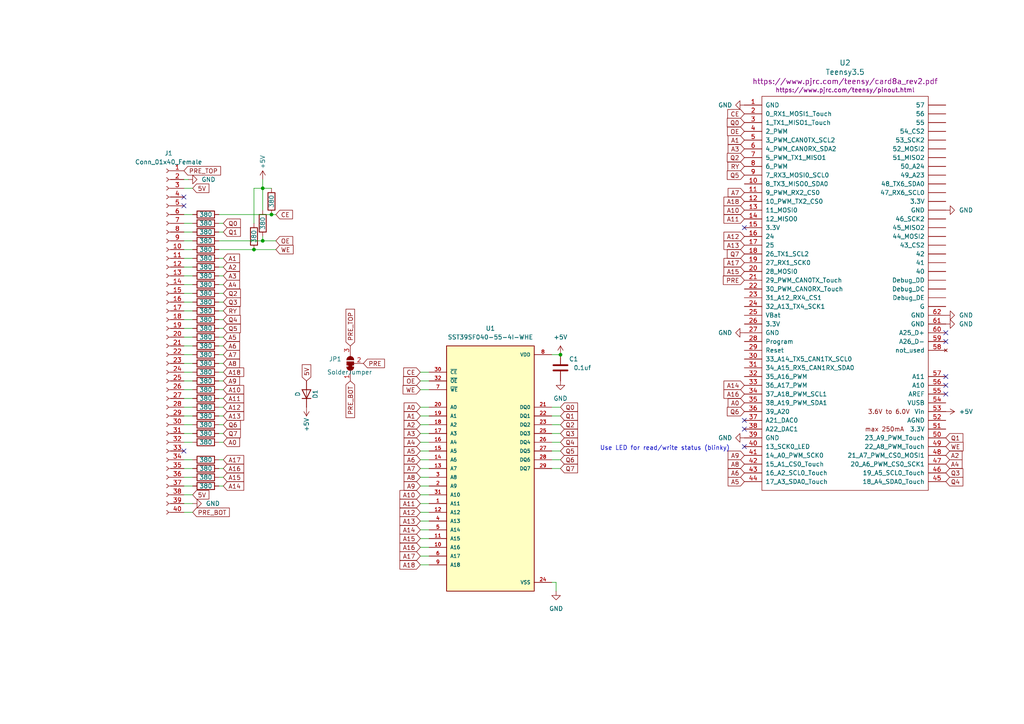
<source format=kicad_sch>
(kicad_sch (version 20211123) (generator eeschema)
  (paper "A4")
  (lib_symbols
    (symbol "+5V_1" (power) (pin_names (offset 0))
      (property "Value" "+5V_1" (at 0 3.556 0))
      (symbol "+5V_1_1_1"
        (pin power_in line (at 0 0 90) (length 0) hide (name "+5V") (number "1"))
      )
    )
    (symbol "Connector:Conn_01x40_Female" (pin_names (offset 1.016) hide)
      (property "Reference" "J" (at 0 50.8 0))
      (property "Value" "Conn_01x40_Female" (at 0 -53.34 0))
      (symbol "Conn_01x40_Female_1_1"
        (pin passive line (at -5.08 48.26 0) (length 3.81) (name "Pin_1") (number "1"))
        (pin passive line (at -5.08 25.4 0) (length 3.81) (name "Pin_10") (number "10"))
        (pin passive line (at -5.08 22.86 0) (length 3.81) (name "Pin_11") (number "11"))
        (pin passive line (at -5.08 20.32 0) (length 3.81) (name "Pin_12") (number "12"))
        (pin passive line (at -5.08 17.78 0) (length 3.81) (name "Pin_13") (number "13"))
        (pin passive line (at -5.08 15.24 0) (length 3.81) (name "Pin_14") (number "14"))
        (pin passive line (at -5.08 12.7 0) (length 3.81) (name "Pin_15") (number "15"))
        (pin passive line (at -5.08 10.16 0) (length 3.81) (name "Pin_16") (number "16"))
        (pin passive line (at -5.08 7.62 0) (length 3.81) (name "Pin_17") (number "17"))
        (pin passive line (at -5.08 5.08 0) (length 3.81) (name "Pin_18") (number "18"))
        (pin passive line (at -5.08 2.54 0) (length 3.81) (name "Pin_19") (number "19"))
        (pin passive line (at -5.08 45.72 0) (length 3.81) (name "Pin_2") (number "2"))
        (pin passive line (at -5.08 0 0) (length 3.81) (name "Pin_20") (number "20"))
        (pin passive line (at -5.08 -2.54 0) (length 3.81) (name "Pin_21") (number "21"))
        (pin passive line (at -5.08 -5.08 0) (length 3.81) (name "Pin_22") (number "22"))
        (pin passive line (at -5.08 -7.62 0) (length 3.81) (name "Pin_23") (number "23"))
        (pin passive line (at -5.08 -10.16 0) (length 3.81) (name "Pin_24") (number "24"))
        (pin passive line (at -5.08 -12.7 0) (length 3.81) (name "Pin_25") (number "25"))
        (pin passive line (at -5.08 -15.24 0) (length 3.81) (name "Pin_26") (number "26"))
        (pin passive line (at -5.08 -17.78 0) (length 3.81) (name "Pin_27") (number "27"))
        (pin passive line (at -5.08 -20.32 0) (length 3.81) (name "Pin_28") (number "28"))
        (pin passive line (at -5.08 -22.86 0) (length 3.81) (name "Pin_29") (number "29"))
        (pin passive line (at -5.08 43.18 0) (length 3.81) (name "Pin_3") (number "3"))
        (pin passive line (at -5.08 -25.4 0) (length 3.81) (name "Pin_30") (number "30"))
        (pin passive line (at -5.08 -27.94 0) (length 3.81) (name "Pin_31") (number "31"))
        (pin passive line (at -5.08 -30.48 0) (length 3.81) (name "Pin_32") (number "32"))
        (pin passive line (at -5.08 -33.02 0) (length 3.81) (name "Pin_33") (number "33"))
        (pin passive line (at -5.08 -35.56 0) (length 3.81) (name "Pin_34") (number "34"))
        (pin passive line (at -5.08 -38.1 0) (length 3.81) (name "Pin_35") (number "35"))
        (pin passive line (at -5.08 -40.64 0) (length 3.81) (name "Pin_36") (number "36"))
        (pin passive line (at -5.08 -43.18 0) (length 3.81) (name "Pin_37") (number "37"))
        (pin passive line (at -5.08 -45.72 0) (length 3.81) (name "Pin_38") (number "38"))
        (pin passive line (at -5.08 -48.26 0) (length 3.81) (name "Pin_39") (number "39"))
        (pin passive line (at -5.08 40.64 0) (length 3.81) (name "Pin_4") (number "4"))
        (pin passive line (at -5.08 -50.8 0) (length 3.81) (name "Pin_40") (number "40"))
        (pin passive line (at -5.08 38.1 0) (length 3.81) (name "Pin_5") (number "5"))
        (pin passive line (at -5.08 35.56 0) (length 3.81) (name "Pin_6") (number "6"))
        (pin passive line (at -5.08 33.02 0) (length 3.81) (name "Pin_7") (number "7"))
        (pin passive line (at -5.08 30.48 0) (length 3.81) (name "Pin_8") (number "8"))
        (pin passive line (at -5.08 27.94 0) (length 3.81) (name "Pin_9") (number "9"))
      )
    )
    (symbol "Device:C" (pin_numbers hide) (pin_names (offset 0.254))
      (property "Reference" "C" (at 0.635 2.54 0))
      (property "Value" "C" (at 0.635 -2.54 0))
      (symbol "C_1_1"
        (pin passive line (at 0 3.81 270) (length 2.794) (name "~") (number "1"))
        (pin passive line (at 0 -3.81 90) (length 2.794) (name "~") (number "2"))
      )
    )
    (symbol "Device:D" (pin_numbers hide) (pin_names (offset 1.016) hide)
      (property "Reference" "D" (at 0 2.54 0))
      (property "Value" "D" (at 0 -2.54 0))
      (symbol "D_1_1"
        (pin passive line (at -3.81 0 0) (length 2.54) (name "K") (number "1"))
        (pin passive line (at 3.81 0 180) (length 2.54) (name "A") (number "2"))
      )
    )
    (symbol "Device:R" (pin_numbers hide) (pin_names (offset 0))
      (property "Reference" "R" (at 2.032 0 90))
      (property "Value" "R" (at 0 0 90))
      (symbol "R_1_1"
        (pin passive line (at 0 3.81 270) (length 1.27) (name "~") (number "1"))
        (pin passive line (at 0 -3.81 90) (length 1.27) (name "~") (number "2"))
      )
    )
    (symbol "GND_1" (power) (pin_names (offset 0))
      (property "Value" "GND_1" (at 0 -3.81 0))
      (symbol "GND_1_1_1"
        (pin power_in line (at 0 0 270) (length 0) hide (name "GND") (number "1"))
      )
    )
    (symbol "GND_2" (power) (pin_names (offset 0))
      (property "Value" "GND_2" (at 0 -3.81 0))
      (symbol "GND_2_1_1"
        (pin power_in line (at 0 0 270) (length 0) hide (name "GND") (number "1"))
      )
    )
    (symbol "Jumper:SolderJumper_3_Bridged12" (pin_names (offset 0) hide)
      (property "Reference" "JP" (at -2.54 -2.54 0))
      (property "Value" "SolderJumper_3_Bridged12" (at 0 2.794 0))
      (symbol "SolderJumper_3_Bridged12_1_1"
        (pin passive line (at -5.08 0 0) (length 2.54) (name "A") (number "1"))
        (pin passive line (at 0 -3.81 90) (length 2.54) (name "C") (number "2"))
        (pin passive line (at 5.08 0 180) (length 2.54) (name "B") (number "3"))
      )
    )
    (symbol "R_1" (pin_numbers hide) (pin_names (offset 0) hide)
      (property "Reference" "R" (at 2.032 0 90))
      (property "Value" "R_1" (at 0 0 90))
      (symbol "R_1_1_1"
        (pin passive line (at 0 3.81 270) (length 1.27) (name "~") (number "1"))
        (pin passive line (at 0 -3.81 90) (length 1.27) (name "~") (number "2"))
      )
    )
    (symbol "R_2" (pin_numbers hide) (pin_names (offset 0) hide)
      (property "Reference" "R" (at 2.032 0 90))
      (property "Value" "R_2" (at 0 0 90))
      (symbol "R_2_1_1"
        (pin passive line (at 0 3.81 270) (length 1.27) (name "~") (number "1"))
        (pin passive line (at 0 -3.81 90) (length 1.27) (name "~") (number "2"))
      )
    )
    (symbol "SST39SF040-55-4I-WHE:SST39SF040-55-4I-WHE" (pin_names (offset 1.016))
      (property "Reference" "U" (at -12.7 36.195 0))
      (property "Value" "SST39SF040-55-4I-WHE" (at -12.7 -38.1 0))
      (symbol "SST39SF040-55-4I-WHE_0_0"
        (pin input line (at -17.78 -10.16 0) (length 5.08) (name "A11") (number "1"))
        (pin input line (at -17.78 -22.86 0) (length 5.08) (name "A16") (number "10"))
        (pin input line (at -17.78 -20.32 0) (length 5.08) (name "A15") (number "11"))
        (pin input line (at -17.78 -12.7 0) (length 5.08) (name "A12") (number "12"))
        (pin input line (at -17.78 0 0) (length 5.08) (name "A7") (number "13"))
        (pin input line (at -17.78 2.54 0) (length 5.08) (name "A6") (number "14"))
        (pin input line (at -17.78 5.08 0) (length 5.08) (name "A5") (number "15"))
        (pin input line (at -17.78 7.62 0) (length 5.08) (name "A4") (number "16"))
        (pin input line (at -17.78 10.16 0) (length 5.08) (name "A3") (number "17"))
        (pin input line (at -17.78 12.7 0) (length 5.08) (name "A2") (number "18"))
        (pin input line (at -17.78 15.24 0) (length 5.08) (name "A1") (number "19"))
        (pin input line (at -17.78 -5.08 0) (length 5.08) (name "A9") (number "2"))
        (pin input line (at -17.78 17.78 0) (length 5.08) (name "A0") (number "20"))
        (pin bidirectional line (at 17.78 17.78 180) (length 5.08) (name "DQ0") (number "21"))
        (pin bidirectional line (at 17.78 15.24 180) (length 5.08) (name "DQ1") (number "22"))
        (pin bidirectional line (at 17.78 12.7 180) (length 5.08) (name "DQ2") (number "23"))
        (pin power_in line (at 17.78 -33.02 180) (length 5.08) (name "VSS") (number "24"))
        (pin bidirectional line (at 17.78 10.16 180) (length 5.08) (name "DQ3") (number "25"))
        (pin bidirectional line (at 17.78 7.62 180) (length 5.08) (name "DQ4") (number "26"))
        (pin bidirectional line (at 17.78 5.08 180) (length 5.08) (name "DQ5") (number "27"))
        (pin bidirectional line (at 17.78 2.54 180) (length 5.08) (name "DQ6") (number "28"))
        (pin bidirectional line (at 17.78 0 180) (length 5.08) (name "DQ7") (number "29"))
        (pin input line (at -17.78 -2.54 0) (length 5.08) (name "A8") (number "3"))
        (pin input line (at -17.78 27.94 0) (length 5.08) (name "~{CE}") (number "30"))
        (pin input line (at -17.78 -7.62 0) (length 5.08) (name "A10") (number "31"))
        (pin input line (at -17.78 25.4 0) (length 5.08) (name "~{OE}") (number "32"))
        (pin input line (at -17.78 -15.24 0) (length 5.08) (name "A13") (number "4"))
        (pin input line (at -17.78 -17.78 0) (length 5.08) (name "A14") (number "5"))
        (pin input line (at -17.78 -25.4 0) (length 5.08) (name "A17") (number "6"))
        (pin input line (at -17.78 22.86 0) (length 5.08) (name "~{WE}") (number "7"))
        (pin power_in line (at 17.78 33.02 180) (length 5.08) (name "VDD") (number "8"))
        (pin input line (at -17.78 -27.94 0) (length 5.08) (name "A18") (number "9"))
      )
    )
    (symbol "power:+5V" (power) (pin_names (offset 0))
      (property "Value" "+5V" (at 0 3.556 0))
      (symbol "+5V_1_1"
        (pin power_in line (at 0 0 90) (length 0) hide (name "+5V") (number "1"))
      )
    )
    (symbol "power:GND" (power) (pin_names (offset 0))
      (property "Value" "GND" (at 0 -3.81 0))
      (symbol "GND_1_1"
        (pin power_in line (at 0 0 270) (length 0) hide (name "GND") (number "1"))
      )
    )
    (symbol "teensy:Teensy3.5" (pin_names (offset 1.016))
      (property "Reference" "U1" (at 0 66.8782 0))
      (property "Value" "Teensy3.5" (at 0 64.1858 0))
      (property "Datasheet" "https://www.pjrc.com/teensy/card8a_rev2.pdf" (at 0 61.4934 0))
      (property "Pinouts" "https://www.pjrc.com/teensy/pinout.html" (at 0 59.0042 0))
      (symbol "Teensy3.5_0_0"
        (text "3.6V to 6.0V" (at 12.7 -34.29 0) (effects (font (size 1.27 1.27))))
        (text "max 250mA" (at 11.43 -39.37 0) (effects (font (size 1.27 1.27))))
      )
      (symbol "Teensy3.5_1_1"
        (pin power_in line (at -29.21 54.61 0) (length 5.08) (name "GND") (number "1"))
        (pin bidirectional line (at -29.21 31.75 0) (length 5.08) (name "8_TX3_MISO0_SDA0") (number "10"))
        (pin bidirectional line (at -29.21 29.21 0) (length 5.08) (name "9_PWM_RX2_CS0") (number "11"))
        (pin bidirectional line (at -29.21 26.67 0) (length 5.08) (name "10_PWM_TX2_CS0") (number "12"))
        (pin bidirectional line (at -29.21 24.13 0) (length 5.08) (name "11_MOSI0") (number "13"))
        (pin bidirectional line (at -29.21 21.59 0) (length 5.08) (name "12_MISO0") (number "14"))
        (pin power_out line (at -29.21 19.05 0) (length 5.08) (name "3.3V") (number "15"))
        (pin bidirectional line (at -29.21 16.51 0) (length 5.08) (name "24") (number "16"))
        (pin bidirectional line (at -29.21 13.97 0) (length 5.08) (name "25") (number "17"))
        (pin bidirectional line (at -29.21 11.43 0) (length 5.08) (name "26_TX1_SCL2") (number "18"))
        (pin bidirectional line (at -29.21 8.89 0) (length 5.08) (name "27_RX1_SCK0") (number "19"))
        (pin bidirectional line (at -29.21 52.07 0) (length 5.08) (name "0_RX1_MOSI1_Touch") (number "2"))
        (pin bidirectional line (at -29.21 6.35 0) (length 5.08) (name "28_MOSI0") (number "20"))
        (pin bidirectional line (at -29.21 3.81 0) (length 5.08) (name "29_PWM_CAN0TX_Touch") (number "21"))
        (pin bidirectional line (at -29.21 1.27 0) (length 5.08) (name "30_PWM_CAN0RX_Touch") (number "22"))
        (pin bidirectional line (at -29.21 -1.27 0) (length 5.08) (name "31_A12_RX4_CS1") (number "23"))
        (pin bidirectional line (at -29.21 -3.81 0) (length 5.08) (name "32_A13_TX4_SCK1") (number "24"))
        (pin power_in line (at -29.21 -6.35 0) (length 5.08) (name "VBat") (number "25"))
        (pin power_in line (at -29.21 -8.89 0) (length 5.08) (name "3.3V") (number "26"))
        (pin power_in line (at -29.21 -11.43 0) (length 5.08) (name "GND") (number "27"))
        (pin input line (at -29.21 -13.97 0) (length 5.08) (name "Program") (number "28"))
        (pin input line (at -29.21 -16.51 0) (length 5.08) (name "Reset") (number "29"))
        (pin bidirectional line (at -29.21 49.53 0) (length 5.08) (name "1_TX1_MISO1_Touch") (number "3"))
        (pin bidirectional line (at -29.21 -19.05 0) (length 5.08) (name "33_A14_TX5_CAN1TX_SCL0") (number "30"))
        (pin bidirectional line (at -29.21 -21.59 0) (length 5.08) (name "34_A15_RX5_CAN1RX_SDA0") (number "31"))
        (pin bidirectional line (at -29.21 -24.13 0) (length 5.08) (name "35_A16_PWM") (number "32"))
        (pin bidirectional line (at -29.21 -26.67 0) (length 5.08) (name "36_A17_PWM") (number "33"))
        (pin bidirectional line (at -29.21 -29.21 0) (length 5.08) (name "37_A18_PWM_SCL1") (number "34"))
        (pin bidirectional line (at -29.21 -31.75 0) (length 5.08) (name "38_A19_PWM_SDA1") (number "35"))
        (pin bidirectional line (at -29.21 -34.29 0) (length 5.08) (name "39_A20") (number "36"))
        (pin bidirectional line (at -29.21 -36.83 0) (length 5.08) (name "A21_DAC0") (number "37"))
        (pin bidirectional line (at -29.21 -39.37 0) (length 5.08) (name "A22_DAC1") (number "38"))
        (pin power_in line (at -29.21 -41.91 0) (length 5.08) (name "GND") (number "39"))
        (pin bidirectional line (at -29.21 46.99 0) (length 5.08) (name "2_PWM") (number "4"))
        (pin bidirectional line (at -29.21 -44.45 0) (length 5.08) (name "13_SCK0_LED") (number "40"))
        (pin bidirectional line (at -29.21 -46.99 0) (length 5.08) (name "14_A0_PWM_SCK0") (number "41"))
        (pin bidirectional line (at -29.21 -49.53 0) (length 5.08) (name "15_A1_CS0_Touch") (number "42"))
        (pin bidirectional line (at -29.21 -52.07 0) (length 5.08) (name "16_A2_SCL0_Touch") (number "43"))
        (pin bidirectional line (at -29.21 -54.61 0) (length 5.08) (name "17_A3_SDA0_Touch") (number "44"))
        (pin bidirectional line (at 29.21 -54.61 180) (length 5.08) (name "18_A4_SDA0_Touch") (number "45"))
        (pin bidirectional line (at 29.21 -52.07 180) (length 5.08) (name "19_A5_SCL0_Touch") (number "46"))
        (pin bidirectional line (at 29.21 -49.53 180) (length 5.08) (name "20_A6_PWM_CS0_SCK1") (number "47"))
        (pin bidirectional line (at 29.21 -46.99 180) (length 5.08) (name "21_A7_PWM_CS0_MOSI1") (number "48"))
        (pin bidirectional line (at 29.21 -44.45 180) (length 5.08) (name "22_A8_PWM_Touch") (number "49"))
        (pin bidirectional line (at -29.21 44.45 0) (length 5.08) (name "3_PWM_CAN0TX_SCL2") (number "5"))
        (pin bidirectional line (at 29.21 -41.91 180) (length 5.08) (name "23_A9_PWM_Touch") (number "50"))
        (pin power_out line (at 29.21 -39.37 180) (length 5.08) (name "3.3V") (number "51"))
        (pin power_out line (at 29.21 -36.83 180) (length 5.08) (name "AGND") (number "52"))
        (pin power_in line (at 29.21 -34.29 180) (length 5.08) (name "Vin") (number "53"))
        (pin power_in line (at 29.21 -31.75 180) (length 5.08) (name "VUSB") (number "54"))
        (pin input line (at 29.21 -29.21 180) (length 5.08) (name "AREF") (number "55"))
        (pin bidirectional line (at 29.21 -26.67 180) (length 5.08) (name "A10") (number "56"))
        (pin bidirectional line (at 29.21 -24.13 180) (length 5.08) (name "A11") (number "57"))
        (pin no_connect line (at 29.21 -16.51 180) (length 5.08) (name "not_used") (number "58"))
        (pin bidirectional line (at 29.21 -13.97 180) (length 5.08) (name "A26_D-") (number "59"))
        (pin bidirectional line (at -29.21 41.91 0) (length 5.08) (name "4_PWM_CAN0RX_SDA2") (number "6"))
        (pin bidirectional line (at 29.21 -11.43 180) (length 5.08) (name "A25_D+") (number "60"))
        (pin power_in line (at 29.21 -8.89 180) (length 5.08) (name "GND") (number "61"))
        (pin power_in line (at 29.21 -6.35 180) (length 5.08) (name "GND") (number "62"))
        (pin bidirectional line (at -29.21 39.37 0) (length 5.08) (name "5_PWM_TX1_MISO1") (number "7"))
        (pin bidirectional line (at -29.21 36.83 0) (length 5.08) (name "6_PWM") (number "8"))
        (pin bidirectional line (at -29.21 34.29 0) (length 5.08) (name "7_RX3_MOSI0_SCL0") (number "9"))
        (pin power_in line (at 29.21 26.67 180) (length 5.08) (name "3.3V") (number "~"))
        (pin bidirectional line (at 29.21 6.35 180) (length 5.08) (name "40") (number "~"))
        (pin bidirectional line (at 29.21 8.89 180) (length 5.08) (name "41") (number "~"))
        (pin bidirectional line (at 29.21 11.43 180) (length 5.08) (name "42") (number "~"))
        (pin bidirectional line (at 29.21 13.97 180) (length 5.08) (name "43_CS2") (number "~"))
        (pin bidirectional line (at 29.21 16.51 180) (length 5.08) (name "44_MOSI2") (number "~"))
        (pin bidirectional line (at 29.21 19.05 180) (length 5.08) (name "45_MISO2") (number "~"))
        (pin bidirectional line (at 29.21 21.59 180) (length 5.08) (name "46_SCK2") (number "~"))
        (pin bidirectional line (at 29.21 29.21 180) (length 5.08) (name "47_RX6_SCL0") (number "~"))
        (pin bidirectional line (at 29.21 31.75 180) (length 5.08) (name "48_TX6_SDA0") (number "~"))
        (pin bidirectional line (at 29.21 34.29 180) (length 5.08) (name "49_A23") (number "~"))
        (pin bidirectional line (at 29.21 36.83 180) (length 5.08) (name "50_A24") (number "~"))
        (pin bidirectional line (at 29.21 39.37 180) (length 5.08) (name "51_MISO2") (number "~"))
        (pin bidirectional line (at 29.21 41.91 180) (length 5.08) (name "52_MOSI2") (number "~"))
        (pin bidirectional line (at 29.21 44.45 180) (length 5.08) (name "53_SCK2") (number "~"))
        (pin bidirectional line (at 29.21 46.99 180) (length 5.08) (name "54_CS2") (number "~"))
        (pin bidirectional line (at 29.21 49.53 180) (length 5.08) (name "55") (number "~"))
        (pin bidirectional line (at 29.21 52.07 180) (length 5.08) (name "56") (number "~"))
        (pin bidirectional line (at 29.21 54.61 180) (length 5.08) (name "57") (number "~"))
        (pin input line (at 29.21 1.27 180) (length 5.08) (name "Debug_DC") (number "~"))
        (pin input line (at 29.21 3.81 180) (length 5.08) (name "Debug_DD") (number "~"))
        (pin input line (at 29.21 -1.27 180) (length 5.08) (name "Debug_DE") (number "~"))
        (pin power_in line (at 29.21 -3.81 180) (length 5.08) (name "G") (number "~"))
        (pin power_in line (at 29.21 24.13 180) (length 5.08) (name "GND") (number "~"))
      )
    )
  )
  (junction (at 78.74 62.23))
  (junction (at 162.56 102.87))
  (junction (at 76.2 69.85))
  (junction (at 76.2 54.61))
  (junction (at 73.66 72.39))
  (no_connect (at 274.32 109.22))
  (no_connect (at 274.32 111.76))
  (no_connect (at 274.32 99.06))
  (no_connect (at 215.9 124.46))
  (no_connect (at 53.34 130.81))
  (no_connect (at 274.32 114.3))
  (no_connect (at 274.32 96.52))
  (no_connect (at 215.9 121.92))
  (no_connect (at 215.9 66.04))
  (no_connect (at 215.9 129.54))
  (no_connect (at 53.34 59.69))
  (no_connect (at 53.34 57.15))
  (wire (pts (xy 121.92 120.65) (xy 124.46 120.65)))
  (wire (pts (xy 53.34 82.55) (xy 55.88 82.55)))
  (wire (pts (xy 63.5 67.31) (xy 64.77 67.31)))
  (wire (pts (xy 121.92 138.43) (xy 124.46 138.43)))
  (wire (pts (xy 76.2 60.96) (xy 76.2 54.61)))
  (wire (pts (xy 53.34 102.87) (xy 55.88 102.87)))
  (wire (pts (xy 53.34 97.79) (xy 55.88 97.79)))
  (wire (pts (xy 63.5 64.77) (xy 64.77 64.77)))
  (wire (pts (xy 53.34 90.17) (xy 55.88 90.17)))
  (wire (pts (xy 63.5 133.35) (xy 64.77 133.35)))
  (wire (pts (xy 53.34 74.93) (xy 55.88 74.93)))
  (wire (pts (xy 53.34 67.31) (xy 55.88 67.31)))
  (wire (pts (xy 121.92 153.67) (xy 124.46 153.67)))
  (wire (pts (xy 73.66 72.39) (xy 80.01 72.39)))
  (wire (pts (xy 76.2 69.85) (xy 80.01 69.85)))
  (wire (pts (xy 53.34 64.77) (xy 55.88 64.77)))
  (wire (pts (xy 121.92 107.95) (xy 124.46 107.95)))
  (wire (pts (xy 53.34 62.23) (xy 55.88 62.23)))
  (wire (pts (xy 53.34 133.35) (xy 55.88 133.35)))
  (wire (pts (xy 55.88 148.59) (xy 53.34 148.59)))
  (wire (pts (xy 121.92 161.29) (xy 124.46 161.29)))
  (wire (pts (xy 160.02 118.11) (xy 162.56 118.11)))
  (wire (pts (xy 160.02 130.81) (xy 162.56 130.81)))
  (wire (pts (xy 63.5 115.57) (xy 64.77 115.57)))
  (wire (pts (xy 63.5 110.49) (xy 64.77 110.49)))
  (wire (pts (xy 161.29 168.91) (xy 160.02 168.91)))
  (wire (pts (xy 63.5 72.39) (xy 73.66 72.39)))
  (wire (pts (xy 53.34 54.61) (xy 55.88 54.61)))
  (wire (pts (xy 63.5 74.93) (xy 64.77 74.93)))
  (wire (pts (xy 53.34 146.05) (xy 55.88 146.05)))
  (wire (pts (xy 53.34 143.51) (xy 55.88 143.51)))
  (wire (pts (xy 53.34 87.63) (xy 55.88 87.63)))
  (wire (pts (xy 53.34 77.47) (xy 55.88 77.47)))
  (wire (pts (xy 76.2 52.07) (xy 76.2 54.61)))
  (wire (pts (xy 63.5 138.43) (xy 64.77 138.43)))
  (wire (pts (xy 53.34 123.19) (xy 55.88 123.19)))
  (wire (pts (xy 53.34 105.41) (xy 55.88 105.41)))
  (wire (pts (xy 53.34 135.89) (xy 55.88 135.89)))
  (wire (pts (xy 63.5 105.41) (xy 64.77 105.41)))
  (wire (pts (xy 63.5 140.97) (xy 64.77 140.97)))
  (wire (pts (xy 53.34 115.57) (xy 55.88 115.57)))
  (wire (pts (xy 63.5 95.25) (xy 64.77 95.25)))
  (wire (pts (xy 53.34 52.07) (xy 54.61 52.07)))
  (wire (pts (xy 121.92 123.19) (xy 124.46 123.19)))
  (wire (pts (xy 121.92 140.97) (xy 124.46 140.97)))
  (wire (pts (xy 53.34 128.27) (xy 55.88 128.27)))
  (wire (pts (xy 53.34 80.01) (xy 55.88 80.01)))
  (wire (pts (xy 63.5 82.55) (xy 64.77 82.55)))
  (wire (pts (xy 53.34 125.73) (xy 55.88 125.73)))
  (wire (pts (xy 121.92 125.73) (xy 124.46 125.73)))
  (wire (pts (xy 63.5 123.19) (xy 64.77 123.19)))
  (wire (pts (xy 160.02 120.65) (xy 162.56 120.65)))
  (wire (pts (xy 121.92 118.11) (xy 124.46 118.11)))
  (wire (pts (xy 63.5 92.71) (xy 64.77 92.71)))
  (wire (pts (xy 63.5 80.01) (xy 64.77 80.01)))
  (wire (pts (xy 160.02 102.87) (xy 162.56 102.87)))
  (wire (pts (xy 63.5 118.11) (xy 64.77 118.11)))
  (wire (pts (xy 63.5 102.87) (xy 64.77 102.87)))
  (wire (pts (xy 121.92 158.75) (xy 124.46 158.75)))
  (wire (pts (xy 160.02 135.89) (xy 162.56 135.89)))
  (wire (pts (xy 63.5 77.47) (xy 64.77 77.47)))
  (wire (pts (xy 63.5 85.09) (xy 64.77 85.09)))
  (wire (pts (xy 121.92 130.81) (xy 124.46 130.81)))
  (wire (pts (xy 63.5 120.65) (xy 64.77 120.65)))
  (wire (pts (xy 63.5 100.33) (xy 64.77 100.33)))
  (wire (pts (xy 121.92 151.13) (xy 124.46 151.13)))
  (wire (pts (xy 121.92 110.49) (xy 124.46 110.49)))
  (wire (pts (xy 63.5 128.27) (xy 64.77 128.27)))
  (wire (pts (xy 161.29 171.45) (xy 161.29 168.91)))
  (wire (pts (xy 53.34 120.65) (xy 55.88 120.65)))
  (wire (pts (xy 73.66 64.77) (xy 73.66 54.61)))
  (wire (pts (xy 78.74 62.23) (xy 80.01 62.23)))
  (wire (pts (xy 53.34 69.85) (xy 55.88 69.85)))
  (wire (pts (xy 53.34 113.03) (xy 55.88 113.03)))
  (wire (pts (xy 160.02 128.27) (xy 162.56 128.27)))
  (wire (pts (xy 121.92 143.51) (xy 124.46 143.51)))
  (wire (pts (xy 53.34 95.25) (xy 55.88 95.25)))
  (wire (pts (xy 53.34 110.49) (xy 55.88 110.49)))
  (wire (pts (xy 63.5 90.17) (xy 64.77 90.17)))
  (wire (pts (xy 53.34 140.97) (xy 55.88 140.97)))
  (wire (pts (xy 121.92 146.05) (xy 124.46 146.05)))
  (wire (pts (xy 53.34 72.39) (xy 55.88 72.39)))
  (wire (pts (xy 121.92 163.83) (xy 124.46 163.83)))
  (wire (pts (xy 63.5 113.03) (xy 64.77 113.03)))
  (wire (pts (xy 53.34 85.09) (xy 55.88 85.09)))
  (wire (pts (xy 121.92 148.59) (xy 124.46 148.59)))
  (wire (pts (xy 73.66 54.61) (xy 76.2 54.61)))
  (wire (pts (xy 121.92 128.27) (xy 124.46 128.27)))
  (wire (pts (xy 121.92 156.21) (xy 124.46 156.21)))
  (wire (pts (xy 76.2 54.61) (xy 78.74 54.61)))
  (wire (pts (xy 63.5 97.79) (xy 64.77 97.79)))
  (wire (pts (xy 63.5 87.63) (xy 64.77 87.63)))
  (wire (pts (xy 63.5 135.89) (xy 64.77 135.89)))
  (wire (pts (xy 53.34 138.43) (xy 55.88 138.43)))
  (wire (pts (xy 63.5 69.85) (xy 76.2 69.85)))
  (wire (pts (xy 121.92 135.89) (xy 124.46 135.89)))
  (wire (pts (xy 160.02 123.19) (xy 162.56 123.19)))
  (wire (pts (xy 121.92 113.03) (xy 124.46 113.03)))
  (wire (pts (xy 160.02 133.35) (xy 162.56 133.35)))
  (wire (pts (xy 76.2 68.58) (xy 76.2 69.85)))
  (wire (pts (xy 63.5 62.23) (xy 78.74 62.23)))
  (wire (pts (xy 53.34 92.71) (xy 55.88 92.71)))
  (wire (pts (xy 121.92 133.35) (xy 124.46 133.35)))
  (wire (pts (xy 53.34 107.95) (xy 55.88 107.95)))
  (wire (pts (xy 63.5 107.95) (xy 64.77 107.95)))
  (wire (pts (xy 53.34 100.33) (xy 55.88 100.33)))
  (wire (pts (xy 53.34 118.11) (xy 55.88 118.11)))
  (wire (pts (xy 160.02 125.73) (xy 162.56 125.73)))
  (wire (pts (xy 63.5 125.73) (xy 64.77 125.73)))
  (text "Use LED for read/write status (blinky)" (at 173.99 130.81 0) (effects (font (size 1.27 1.27)) (justify left bottom)))
  (global_label "A2" (shape input) (at 121.92 123.19 180) (property "Intersheet References" "${INTERSHEET_REFS}" (effects hide)))
  (global_label "Q6" (shape input) (at 215.9 119.38 180) (property "Intersheet References" "${INTERSHEET_REFS}" (effects hide)))
  (global_label "A5" (shape input) (at 64.77 97.79 0) (property "Intersheet References" "${INTERSHEET_REFS}" (effects hide)))
  (global_label "Q4" (shape input) (at 64.77 92.71 0) (property "Intersheet References" "${INTERSHEET_REFS}" (effects hide)))
  (global_label "A12" (shape input) (at 215.9 68.58 180) (property "Intersheet References" "${INTERSHEET_REFS}" (effects hide)))
  (global_label "A6" (shape input) (at 121.92 133.35 180) (property "Intersheet References" "${INTERSHEET_REFS}" (effects hide)))
  (global_label "A7" (shape input) (at 64.77 102.87 0) (property "Intersheet References" "${INTERSHEET_REFS}" (effects hide)))
  (global_label "A13" (shape input) (at 121.92 151.13 180) (property "Intersheet References" "${INTERSHEET_REFS}" (effects hide)))
  (global_label "A16" (shape input) (at 215.9 114.3 180) (property "Intersheet References" "${INTERSHEET_REFS}" (effects hide)))
  (global_label "Q7" (shape input) (at 215.9 73.66 180) (property "Intersheet References" "${INTERSHEET_REFS}" (effects hide)))
  (global_label "A17" (shape input) (at 121.92 161.29 180) (property "Intersheet References" "${INTERSHEET_REFS}" (effects hide)))
  (global_label "Q0" (shape input) (at 64.77 64.77 0) (property "Intersheet References" "${INTERSHEET_REFS}" (effects hide)))
  (global_label "A12" (shape input) (at 64.77 118.11 0) (property "Intersheet References" "${INTERSHEET_REFS}" (effects hide)))
  (global_label "Q7" (shape input) (at 162.56 135.89 0) (property "Intersheet References" "${INTERSHEET_REFS}" (effects hide)))
  (global_label "A18" (shape input) (at 215.9 58.42 180) (property "Intersheet References" "${INTERSHEET_REFS}" (effects hide)))
  (global_label "Q6" (shape input) (at 162.56 133.35 0) (property "Intersheet References" "${INTERSHEET_REFS}" (effects hide)))
  (global_label "A10" (shape input) (at 121.92 143.51 180) (property "Intersheet References" "${INTERSHEET_REFS}" (effects hide)))
  (global_label "Q6" (shape input) (at 64.77 123.19 0) (property "Intersheet References" "${INTERSHEET_REFS}" (effects hide)))
  (global_label "PRE_TOP" (shape input) (at 101.6 100.33 90) (property "Intersheet References" "${INTERSHEET_REFS}" (effects hide)))
  (global_label "A2" (shape input) (at 274.32 132.08 0) (property "Intersheet References" "${INTERSHEET_REFS}" (effects hide)))
  (global_label "PRE_BOT" (shape input) (at 55.88 148.59 0) (property "Intersheet References" "${INTERSHEET_REFS}" (effects hide)))
  (global_label "RY" (shape input) (at 64.77 90.17 0) (property "Intersheet References" "${INTERSHEET_REFS}" (effects hide)))
  (global_label "A7" (shape input) (at 215.9 55.88 180) (property "Intersheet References" "${INTERSHEET_REFS}" (effects hide)))
  (global_label "OE" (shape input) (at 80.01 69.85 0) (property "Intersheet References" "${INTERSHEET_REFS}" (effects hide)))
  (global_label "A10" (shape input) (at 64.77 113.03 0) (property "Intersheet References" "${INTERSHEET_REFS}" (effects hide)))
  (global_label "A11" (shape input) (at 215.9 63.5 180) (property "Intersheet References" "${INTERSHEET_REFS}" (effects hide)))
  (global_label "A3" (shape input) (at 215.9 43.18 180) (property "Intersheet References" "${INTERSHEET_REFS}" (effects hide)))
  (global_label "Q1" (shape input) (at 274.32 127 0) (property "Intersheet References" "${INTERSHEET_REFS}" (effects hide)))
  (global_label "A18" (shape input) (at 121.92 163.83 180) (property "Intersheet References" "${INTERSHEET_REFS}" (effects hide)))
  (global_label "A13" (shape input) (at 215.9 71.12 180) (property "Intersheet References" "${INTERSHEET_REFS}" (effects hide)))
  (global_label "A4" (shape input) (at 121.92 128.27 180) (property "Intersheet References" "${INTERSHEET_REFS}" (effects hide)))
  (global_label "Q4" (shape input) (at 274.32 139.7 0) (property "Intersheet References" "${INTERSHEET_REFS}" (effects hide)))
  (global_label "A12" (shape input) (at 121.92 148.59 180) (property "Intersheet References" "${INTERSHEET_REFS}" (effects hide)))
  (global_label "OE" (shape input) (at 215.9 38.1 180) (property "Intersheet References" "${INTERSHEET_REFS}" (effects hide)))
  (global_label "Q2" (shape input) (at 215.9 45.72 180) (property "Intersheet References" "${INTERSHEET_REFS}" (effects hide)))
  (global_label "Q1" (shape input) (at 64.77 67.31 0) (property "Intersheet References" "${INTERSHEET_REFS}" (effects hide)))
  (global_label "A5" (shape input) (at 215.9 139.7 180) (property "Intersheet References" "${INTERSHEET_REFS}" (effects hide)))
  (global_label "PRE_BOT" (shape input) (at 101.6 110.49 270) (property "Intersheet References" "${INTERSHEET_REFS}" (effects hide)))
  (global_label "RY" (shape input) (at 215.9 48.26 180) (property "Intersheet References" "${INTERSHEET_REFS}" (effects hide)))
  (global_label "Q4" (shape input) (at 162.56 128.27 0) (property "Intersheet References" "${INTERSHEET_REFS}" (effects hide)))
  (global_label "Q7" (shape input) (at 64.77 125.73 0) (property "Intersheet References" "${INTERSHEET_REFS}" (effects hide)))
  (global_label "A0" (shape input) (at 64.77 128.27 0) (property "Intersheet References" "${INTERSHEET_REFS}" (effects hide)))
  (global_label "A11" (shape input) (at 121.92 146.05 180) (property "Intersheet References" "${INTERSHEET_REFS}" (effects hide)))
  (global_label "A8" (shape input) (at 121.92 138.43 180) (property "Intersheet References" "${INTERSHEET_REFS}" (effects hide)))
  (global_label "A8" (shape input) (at 215.9 134.62 180) (property "Intersheet References" "${INTERSHEET_REFS}" (effects hide)))
  (global_label "OE" (shape input) (at 121.92 110.49 180) (property "Intersheet References" "${INTERSHEET_REFS}" (effects hide)))
  (global_label "A5" (shape input) (at 121.92 130.81 180) (property "Intersheet References" "${INTERSHEET_REFS}" (effects hide)))
  (global_label "A4" (shape input) (at 64.77 82.55 0) (property "Intersheet References" "${INTERSHEET_REFS}" (effects hide)))
  (global_label "A9" (shape input) (at 64.77 110.49 0) (property "Intersheet References" "${INTERSHEET_REFS}" (effects hide)))
  (global_label "PRE" (shape input) (at 215.9 81.28 180) (property "Intersheet References" "${INTERSHEET_REFS}" (effects hide)))
  (global_label "A4" (shape input) (at 274.32 134.62 0) (property "Intersheet References" "${INTERSHEET_REFS}" (effects hide)))
  (global_label "A10" (shape input) (at 215.9 60.96 180) (property "Intersheet References" "${INTERSHEET_REFS}" (effects hide)))
  (global_label "Q5" (shape input) (at 215.9 50.8 180) (property "Intersheet References" "${INTERSHEET_REFS}" (effects hide)))
  (global_label "CE" (shape input) (at 215.9 33.02 180) (property "Intersheet References" "${INTERSHEET_REFS}" (effects hide)))
  (global_label "A16" (shape input) (at 121.92 158.75 180) (property "Intersheet References" "${INTERSHEET_REFS}" (effects hide)))
  (global_label "Q3" (shape input) (at 64.77 87.63 0) (property "Intersheet References" "${INTERSHEET_REFS}" (effects hide)))
  (global_label "PRE_TOP" (shape input) (at 53.34 49.53 0) (property "Intersheet References" "${INTERSHEET_REFS}" (effects hide)))
  (global_label "WE" (shape input) (at 121.92 113.03 180) (property "Intersheet References" "${INTERSHEET_REFS}" (effects hide)))
  (global_label "A0" (shape input) (at 215.9 116.84 180) (property "Intersheet References" "${INTERSHEET_REFS}" (effects hide)))
  (global_label "Q3" (shape input) (at 162.56 125.73 0) (property "Intersheet References" "${INTERSHEET_REFS}" (effects hide)))
  (global_label "A3" (shape input) (at 121.92 125.73 180) (property "Intersheet References" "${INTERSHEET_REFS}" (effects hide)))
  (global_label "A18" (shape input) (at 64.77 107.95 0) (property "Intersheet References" "${INTERSHEET_REFS}" (effects hide)))
  (global_label "A13" (shape input) (at 64.77 120.65 0) (property "Intersheet References" "${INTERSHEET_REFS}" (effects hide)))
  (global_label "Q5" (shape input) (at 64.77 95.25 0) (property "Intersheet References" "${INTERSHEET_REFS}" (effects hide)))
  (global_label "Q2" (shape input) (at 162.56 123.19 0) (property "Intersheet References" "${INTERSHEET_REFS}" (effects hide)))
  (global_label "Q0" (shape input) (at 162.56 118.11 0) (property "Intersheet References" "${INTERSHEET_REFS}" (effects hide)))
  (global_label "WE" (shape input) (at 274.32 129.54 0) (property "Intersheet References" "${INTERSHEET_REFS}" (effects hide)))
  (global_label "A14" (shape input) (at 215.9 111.76 180) (property "Intersheet References" "${INTERSHEET_REFS}" (effects hide)))
  (global_label "A2" (shape input) (at 64.77 77.47 0) (property "Intersheet References" "${INTERSHEET_REFS}" (effects hide)))
  (global_label "A15" (shape input) (at 121.92 156.21 180) (property "Intersheet References" "${INTERSHEET_REFS}" (effects hide)))
  (global_label "WE" (shape input) (at 80.01 72.39 0) (property "Intersheet References" "${INTERSHEET_REFS}" (effects hide)))
  (global_label "Q5" (shape input) (at 162.56 130.81 0) (property "Intersheet References" "${INTERSHEET_REFS}" (effects hide)))
  (global_label "A1" (shape input) (at 64.77 74.93 0) (property "Intersheet References" "${INTERSHEET_REFS}" (effects hide)))
  (global_label "A17" (shape input) (at 64.77 133.35 0) (property "Intersheet References" "${INTERSHEET_REFS}" (effects hide)))
  (global_label "A3" (shape input) (at 64.77 80.01 0) (property "Intersheet References" "${INTERSHEET_REFS}" (effects hide)))
  (global_label "Q2" (shape input) (at 64.77 85.09 0) (property "Intersheet References" "${INTERSHEET_REFS}" (effects hide)))
  (global_label "A6" (shape input) (at 64.77 100.33 0) (property "Intersheet References" "${INTERSHEET_REFS}" (effects hide)))
  (global_label "Q3" (shape input) (at 274.32 137.16 0) (property "Intersheet References" "${INTERSHEET_REFS}" (effects hide)))
  (global_label "5V" (shape input) (at 55.88 54.61 0) (property "Intersheet References" "${INTERSHEET_REFS}" (effects hide)))
  (global_label "A1" (shape input) (at 121.92 120.65 180) (property "Intersheet References" "${INTERSHEET_REFS}" (effects hide)))
  (global_label "A9" (shape input) (at 215.9 132.08 180) (property "Intersheet References" "${INTERSHEET_REFS}" (effects hide)))
  (global_label "A16" (shape input) (at 64.77 135.89 0) (property "Intersheet References" "${INTERSHEET_REFS}" (effects hide)))
  (global_label "A1" (shape input) (at 215.9 40.64 180) (property "Intersheet References" "${INTERSHEET_REFS}" (effects hide)))
  (global_label "A14" (shape input) (at 121.92 153.67 180) (property "Intersheet References" "${INTERSHEET_REFS}" (effects hide)))
  (global_label "5V" (shape input) (at 55.88 143.51 0) (property "Intersheet References" "${INTERSHEET_REFS}" (effects hide)))
  (global_label "A6" (shape input) (at 215.9 137.16 180) (property "Intersheet References" "${INTERSHEET_REFS}" (effects hide)))
  (global_label "A14" (shape input) (at 64.77 140.97 0) (property "Intersheet References" "${INTERSHEET_REFS}" (effects hide)))
  (global_label "A9" (shape input) (at 121.92 140.97 180) (property "Intersheet References" "${INTERSHEET_REFS}" (effects hide)))
  (global_label "A11" (shape input) (at 64.77 115.57 0) (property "Intersheet References" "${INTERSHEET_REFS}" (effects hide)))
  (global_label "PRE" (shape input) (at 105.41 105.41 0) (property "Intersheet References" "${INTERSHEET_REFS}" (effects hide)))
  (global_label "CE" (shape input) (at 121.92 107.95 180) (property "Intersheet References" "${INTERSHEET_REFS}" (effects hide)))
  (global_label "A8" (shape input) (at 64.77 105.41 0) (property "Intersheet References" "${INTERSHEET_REFS}" (effects hide)))
  (global_label "Q1" (shape input) (at 162.56 120.65 0) (property "Intersheet References" "${INTERSHEET_REFS}" (effects hide)))
  (global_label "Q0" (shape input) (at 215.9 35.56 180) (property "Intersheet References" "${INTERSHEET_REFS}" (effects hide)))
  (global_label "A15" (shape input) (at 215.9 78.74 180) (property "Intersheet References" "${INTERSHEET_REFS}" (effects hide)))
  (global_label "A7" (shape input) (at 121.92 135.89 180) (property "Intersheet References" "${INTERSHEET_REFS}" (effects hide)))
  (global_label "5V" (shape input) (at 88.9 110.49 90) (property "Intersheet References" "${INTERSHEET_REFS}" (effects hide)))
  (global_label "CE" (shape input) (at 80.01 62.23 0) (property "Intersheet References" "${INTERSHEET_REFS}" (effects hide)))
  (global_label "A15" (shape input) (at 64.77 138.43 0) (property "Intersheet References" "${INTERSHEET_REFS}" (effects hide)))
  (global_label "A0" (shape input) (at 121.92 118.11 180) (property "Intersheet References" "${INTERSHEET_REFS}" (effects hide)))
  (global_label "A17" (shape input) (at 215.9 76.2 180) (property "Intersheet References" "${INTERSHEET_REFS}" (effects hide)))
  (symbol (lib_name "GND_1") (lib_id "power:GND") (at 215.9 96.52 270) (unit 1)
    (property "Reference" "#PWR09" (effects hide))
    (property "Value" "GND" (at 208.28 96.52 90) (effects (justify left)))
  )
  (symbol (lib_name "GND_1") (lib_id "power:GND") (at 215.9 30.48 270) (unit 1)
    (property "Reference" "#PWR08" (effects hide))
    (property "Value" "GND" (at 208.28 30.48 90) (effects (justify left)))
  )
  (symbol (lib_id "Device:R") (at 59.69 110.49 90) (mirror x) (unit 1)
    (property "Reference" "R20" (effects hide))
    (property "Value" "380" (at 59.69 110.49 90))
    (property "Footprint" "Resistor_SMD:R_0603_1608Metric_Pad0.98x0.95mm_HandSolder" (effects hide))
  )
  (symbol (lib_id "Device:R") (at 59.69 92.71 90) (mirror x) (unit 1)
    (property "Reference" "R13" (effects hide))
    (property "Value" "380" (at 59.69 92.71 90))
    (property "Footprint" "Resistor_SMD:R_0603_1608Metric_Pad0.98x0.95mm_HandSolder" (effects hide))
  )
  (symbol (lib_id "Device:R") (at 59.69 77.47 90) (mirror x) (unit 1)
    (property "Reference" "R7" (effects hide))
    (property "Value" "380" (at 59.69 77.47 90))
    (property "Footprint" "Resistor_SMD:R_0603_1608Metric_Pad0.98x0.95mm_HandSolder" (effects hide))
  )
  (symbol (lib_id "Device:R") (at 59.69 90.17 90) (mirror x) (unit 1)
    (property "Reference" "R12" (effects hide))
    (property "Value" "380" (at 59.69 90.17 90))
    (property "Footprint" "Resistor_SMD:R_0603_1608Metric_Pad0.98x0.95mm_HandSolder" (effects hide))
  )
  (symbol (lib_id "power:GND") (at 54.61 52.07 90) (unit 1)
    (property "Reference" "#PWR01" (effects hide))
    (property "Value" "GND" (at 58.42 52.0699 90) (effects (justify right)))
  )
  (symbol (lib_id "Device:R") (at 76.2 64.77 0) (mirror x) (unit 1)
    (property "Reference" "R33" (effects hide))
    (property "Value" "380" (at 76.2 64.77 90))
    (property "Footprint" "Resistor_SMD:R_0603_1608Metric_Pad0.98x0.95mm_HandSolder" (effects hide))
  )
  (symbol (lib_id "Device:R") (at 59.69 115.57 90) (mirror x) (unit 1)
    (property "Reference" "R22" (effects hide))
    (property "Value" "380" (at 59.69 115.57 90))
    (property "Footprint" "Resistor_SMD:R_0603_1608Metric_Pad0.98x0.95mm_HandSolder" (effects hide))
  )
  (symbol (lib_id "Device:R") (at 59.69 107.95 90) (mirror x) (unit 1)
    (property "Reference" "R19" (effects hide))
    (property "Value" "380" (at 59.69 107.95 90))
    (property "Footprint" "Resistor_SMD:R_0603_1608Metric_Pad0.98x0.95mm_HandSolder" (effects hide))
  )
  (symbol (lib_id "power:+5V") (at 76.2 52.07 0) (unit 1)
    (property "Reference" "#PWR03" (effects hide))
    (property "Value" "+5V" (at 76.2 46.99 90))
  )
  (symbol (lib_id "teensy:Teensy3.5") (at 245.11 85.09 0) (unit 1)
    (property "Reference" "U2" (at 245.11 18.2118 0) (effects (font (size 1.524 1.524))))
    (property "Value" "Teensy3.5" (at 245.11 20.9042 0) (effects (font (size 1.524 1.524))))
    (property "Footprint" "teensy:Teensy35_36" (effects hide))
    (property "Datasheet" "https://www.pjrc.com/teensy/card8a_rev2.pdf" (at 245.11 23.5966 0) (effects (font (size 1.524 1.524))))
    (property "Pinouts" "https://www.pjrc.com/teensy/pinout.html" (at 245.11 26.0858 0))
  )
  (symbol (lib_id "Device:R") (at 59.69 97.79 90) (mirror x) (unit 1)
    (property "Reference" "R15" (effects hide))
    (property "Value" "380" (at 59.69 97.79 90))
    (property "Footprint" "Resistor_SMD:R_0603_1608Metric_Pad0.98x0.95mm_HandSolder" (effects hide))
  )
  (symbol (lib_id "Device:R") (at 59.69 138.43 90) (mirror x) (unit 1)
    (property "Reference" "R30" (effects hide))
    (property "Value" "380" (at 59.69 138.43 90))
    (property "Footprint" "Resistor_SMD:R_0603_1608Metric_Pad0.98x0.95mm_HandSolder" (effects hide))
  )
  (symbol (lib_id "power:GND") (at 55.88 146.05 90) (unit 1)
    (property "Reference" "#PWR02" (effects hide))
    (property "Value" "GND" (at 59.69 146.0499 90) (effects (justify right)))
  )
  (symbol (lib_id "Jumper:SolderJumper_3_Bridged12") (at 101.6 105.41 90) (unit 1)
    (property "Reference" "JP1" (at 99.06 104.1399 90) (effects (justify left)))
    (property "Value" "SolderJumper" (at 107.95 107.95 90) (effects (justify left)))
    (property "Footprint" "Jumper:SolderJumper-3_P1.3mm_Bridged12_Pad1.0x1.5mm" (effects hide))
  )
  (symbol (lib_id "Device:R") (at 59.69 95.25 90) (mirror x) (unit 1)
    (property "Reference" "R14" (effects hide))
    (property "Value" "380" (at 59.69 95.25 90))
    (property "Footprint" "Resistor_SMD:R_0603_1608Metric_Pad0.98x0.95mm_HandSolder" (effects hide))
  )
  (symbol (lib_name "R_2") (lib_id "Device:R") (at 73.66 68.58 0) (mirror x) (unit 1)
    (property "Reference" "R32" (effects hide))
    (property "Value" "380" (at 73.66 68.58 90))
    (property "Footprint" "Resistor_SMD:R_0603_1608Metric_Pad0.98x0.95mm_HandSolder" (effects hide))
  )
  (symbol (lib_id "Device:C") (at 162.56 106.68 180) (unit 1)
    (property "Reference" "C1" (at 166.37 104.14 0))
    (property "Value" "0.1uf" (at 168.91 106.68 0))
    (property "Footprint" "Capacitor_SMD:C_0603_1608Metric_Pad1.08x0.95mm_HandSolder" (effects hide))
  )
  (symbol (lib_name "GND_1") (lib_id "power:GND") (at 274.32 91.44 90) (unit 1)
    (property "Reference" "#PWR012" (effects hide))
    (property "Value" "GND" (at 278.13 91.4399 90) (effects (justify right)))
  )
  (symbol (lib_id "Device:R") (at 59.69 128.27 90) (mirror x) (unit 1)
    (property "Reference" "R27" (effects hide))
    (property "Value" "380" (at 59.69 128.27 90))
    (property "Footprint" "Resistor_SMD:R_0603_1608Metric_Pad0.98x0.95mm_HandSolder" (effects hide))
  )
  (symbol (lib_id "Device:R") (at 59.69 82.55 90) (mirror x) (unit 1)
    (property "Reference" "R9" (effects hide))
    (property "Value" "380" (at 59.69 82.55 90))
    (property "Footprint" "Resistor_SMD:R_0603_1608Metric_Pad0.98x0.95mm_HandSolder" (effects hide))
  )
  (symbol (lib_name "GND_1") (lib_id "power:GND") (at 274.32 93.98 90) (unit 1)
    (property "Reference" "#PWR013" (effects hide))
    (property "Value" "GND" (at 278.13 93.9799 90) (effects (justify right)))
  )
  (symbol (lib_id "power:+5V") (at 88.9 118.11 180) (unit 1)
    (property "Reference" "#PWR04" (effects hide))
    (property "Value" "+5V" (at 88.9 123.19 90))
  )
  (symbol (lib_id "Device:R") (at 59.69 69.85 90) (mirror x) (unit 1)
    (property "Reference" "R4" (effects hide))
    (property "Value" "380" (at 59.69 69.85 90))
    (property "Footprint" "Resistor_SMD:R_0603_1608Metric_Pad0.98x0.95mm_HandSolder" (effects hide))
  )
  (symbol (lib_name "GND_2") (lib_id "power:GND") (at 162.56 110.49 0) (unit 1)
    (property "Reference" "#PWR07" (effects hide))
    (property "Value" "GND" (at 162.56 115.57 0))
  )
  (symbol (lib_id "Device:R") (at 59.69 100.33 90) (mirror x) (unit 1)
    (property "Reference" "R16" (effects hide))
    (property "Value" "380" (at 59.69 100.33 90))
    (property "Footprint" "Resistor_SMD:R_0603_1608Metric_Pad0.98x0.95mm_HandSolder" (effects hide))
  )
  (symbol (lib_id "Device:R") (at 59.69 140.97 90) (mirror x) (unit 1)
    (property "Reference" "R31" (effects hide))
    (property "Value" "380" (at 59.69 140.97 90))
    (property "Footprint" "Resistor_SMD:R_0603_1608Metric_Pad0.98x0.95mm_HandSolder" (effects hide))
  )
  (symbol (lib_name "R_1") (lib_id "Device:R") (at 59.69 113.03 90) (mirror x) (unit 1)
    (property "Reference" "R21" (effects hide))
    (property "Value" "380" (at 59.69 113.03 90))
    (property "Footprint" "Resistor_SMD:R_0603_1608Metric_Pad0.98x0.95mm_HandSolder" (effects hide))
  )
  (symbol (lib_name "GND_1") (lib_id "power:GND") (at 215.9 127 270) (unit 1)
    (property "Reference" "#PWR010" (effects hide))
    (property "Value" "GND" (at 208.28 127 90) (effects (justify left)))
  )
  (symbol (lib_id "power:+5V") (at 162.56 102.87 0) (unit 1)
    (property "Reference" "#PWR06" (effects hide))
    (property "Value" "+5V" (at 162.56 97.79 0))
  )
  (symbol (lib_id "Device:R") (at 59.69 118.11 90) (mirror x) (unit 1)
    (property "Reference" "R23" (effects hide))
    (property "Value" "380" (at 59.69 118.11 90))
    (property "Footprint" "Resistor_SMD:R_0603_1608Metric_Pad0.98x0.95mm_HandSolder" (effects hide))
  )
  (symbol (lib_id "SST39SF040-55-4I-WHE:SST39SF040-55-4I-WHE") (at 142.24 135.89 0) (unit 1)
    (property "Reference" "U1" (at 142.24 95.25 0))
    (property "Value" "SST39SF040-55-4I-WHE" (at 142.24 97.79 0))
    (property "Footprint" "SOP50P1400X120-32N" (effects hide))
    (property "MAXIMUM_PACKAGE_HEIGHT" "1.2 mm" (effects hide))
    (property "STANDARD" "IPC 7351B" (effects hide))
    (property "PARTREV" "C" (effects hide))
    (property "MANUFACTURER" "Microchip Technology" (effects hide))
  )
  (symbol (lib_id "Connector:Conn_01x40_Female") (at 48.26 97.79 0) (mirror y) (unit 1)
    (property "Reference" "J1" (at 48.895 44.45 0))
    (property "Value" "Conn_01x40_Female" (at 48.895 46.99 0))
    (property "Footprint" "doit-esp32-devkit-kicad-master:PinHeader_1x40_SMD" (effects hide))
  )
  (symbol (lib_id "Device:D") (at 88.9 114.3 90) (unit 1)
    (property "Reference" "D1" (at 91.44 114.3 0))
    (property "Value" "D" (at 86.36 114.3 0))
    (property "Footprint" "Diode_SMD:D_SOD-323_HandSoldering" (effects hide))
  )
  (symbol (lib_name "GND_1") (lib_id "power:GND") (at 274.32 60.96 90) (unit 1)
    (property "Reference" "#PWR011" (effects hide))
    (property "Value" "GND" (at 278.13 60.9599 90) (effects (justify right)))
  )
  (symbol (lib_id "Device:R") (at 59.69 123.19 90) (mirror x) (unit 1)
    (property "Reference" "R25" (effects hide))
    (property "Value" "380" (at 59.69 123.19 90))
    (property "Footprint" "Resistor_SMD:R_0603_1608Metric_Pad0.98x0.95mm_HandSolder" (effects hide))
  )
  (symbol (lib_id "Device:R") (at 59.69 120.65 90) (mirror x) (unit 1)
    (property "Reference" "R24" (effects hide))
    (property "Value" "380" (at 59.69 120.65 90))
    (property "Footprint" "Resistor_SMD:R_0603_1608Metric_Pad0.98x0.95mm_HandSolder" (effects hide))
  )
  (symbol (lib_id "power:GND") (at 161.29 171.45 0) (unit 1)
    (property "Reference" "#PWR05" (effects hide))
    (property "Value" "GND" (at 161.29 176.53 0))
  )
  (symbol (lib_id "Device:R") (at 59.69 133.35 90) (mirror x) (unit 1)
    (property "Reference" "R28" (effects hide))
    (property "Value" "380" (at 59.69 133.35 90))
    (property "Footprint" "Resistor_SMD:R_0603_1608Metric_Pad0.98x0.95mm_HandSolder" (effects hide))
  )
  (symbol (lib_id "Device:R") (at 59.69 105.41 90) (mirror x) (unit 1)
    (property "Reference" "R18" (effects hide))
    (property "Value" "380" (at 59.69 105.41 90))
    (property "Footprint" "Resistor_SMD:R_0603_1608Metric_Pad0.98x0.95mm_HandSolder" (effects hide))
  )
  (symbol (lib_id "Device:R") (at 59.69 135.89 90) (mirror x) (unit 1)
    (property "Reference" "R29" (effects hide))
    (property "Value" "380" (at 59.69 135.89 90))
    (property "Footprint" "Resistor_SMD:R_0603_1608Metric_Pad0.98x0.95mm_HandSolder" (effects hide))
  )
  (symbol (lib_id "Device:R") (at 59.69 125.73 90) (mirror x) (unit 1)
    (property "Reference" "R26" (effects hide))
    (property "Value" "380" (at 59.69 125.73 90))
    (property "Footprint" "Resistor_SMD:R_0603_1608Metric_Pad0.98x0.95mm_HandSolder" (effects hide))
  )
  (symbol (lib_id "Device:R") (at 59.69 72.39 90) (mirror x) (unit 1)
    (property "Reference" "R5" (effects hide))
    (property "Value" "380" (at 59.69 72.39 90))
    (property "Footprint" "Resistor_SMD:R_0603_1608Metric_Pad0.98x0.95mm_HandSolder" (effects hide))
  )
  (symbol (lib_id "Device:R") (at 59.69 74.93 90) (mirror x) (unit 1)
    (property "Reference" "R6" (effects hide))
    (property "Value" "380" (at 59.69 74.93 90))
    (property "Footprint" "Resistor_SMD:R_0603_1608Metric_Pad0.98x0.95mm_HandSolder" (effects hide))
  )
  (symbol (lib_id "Device:R") (at 59.69 87.63 90) (mirror x) (unit 1)
    (property "Reference" "R11" (effects hide))
    (property "Value" "380" (at 59.69 87.63 90))
    (property "Footprint" "Resistor_SMD:R_0603_1608Metric_Pad0.98x0.95mm_HandSolder" (effects hide))
  )
  (symbol (lib_id "Device:R") (at 59.69 102.87 90) (mirror x) (unit 1)
    (property "Reference" "R17" (effects hide))
    (property "Value" "380" (at 59.69 102.87 90))
    (property "Footprint" "Resistor_SMD:R_0603_1608Metric_Pad0.98x0.95mm_HandSolder" (effects hide))
  )
  (symbol (lib_id "Device:R") (at 59.69 80.01 90) (mirror x) (unit 1)
    (property "Reference" "R8" (effects hide))
    (property "Value" "380" (at 59.69 80.01 90))
    (property "Footprint" "Resistor_SMD:R_0603_1608Metric_Pad0.98x0.95mm_HandSolder" (effects hide))
  )
  (symbol (lib_id "Device:R") (at 59.69 67.31 90) (mirror x) (unit 1)
    (property "Reference" "R3" (effects hide))
    (property "Value" "380" (at 59.69 67.31 90))
    (property "Footprint" "Resistor_SMD:R_0603_1608Metric_Pad0.98x0.95mm_HandSolder" (effects hide))
  )
  (symbol (lib_name "R_2") (lib_id "Device:R") (at 59.69 62.23 90) (mirror x) (unit 1)
    (property "Reference" "R1" (effects hide))
    (property "Value" "380" (at 59.69 62.23 90))
    (property "Footprint" "Resistor_SMD:R_0603_1608Metric_Pad0.98x0.95mm_HandSolder" (effects hide))
  )
  (symbol (lib_id "Device:R") (at 59.69 85.09 90) (mirror x) (unit 1)
    (property "Reference" "R10" (effects hide))
    (property "Value" "380" (at 59.69 85.09 90))
    (property "Footprint" "Resistor_SMD:R_0603_1608Metric_Pad0.98x0.95mm_HandSolder" (effects hide))
  )
  (symbol (lib_id "Device:R") (at 59.69 64.77 90) (mirror x) (unit 1)
    (property "Reference" "R2" (effects hide))
    (property "Value" "380" (at 59.69 64.77 90))
    (property "Footprint" "Resistor_SMD:R_0603_1608Metric_Pad0.98x0.95mm_HandSolder" (effects hide))
  )
  (symbol (lib_name "+5V_1") (lib_id "power:+5V") (at 274.32 119.38 270) (unit 1)
    (property "Reference" "#PWR0101" (effects hide))
    (property "Value" "+5V" (at 278.13 119.3799 90) (effects (justify left)))
  )
  (symbol (lib_id "Device:R") (at 78.74 58.42 0) (mirror x) (unit 1)
    (property "Reference" "R34" (effects hide))
    (property "Value" "380" (at 78.74 58.42 90))
    (property "Footprint" "Resistor_SMD:R_0603_1608Metric_Pad0.98x0.95mm_HandSolder" (effects hide))
  )
)
</source>
